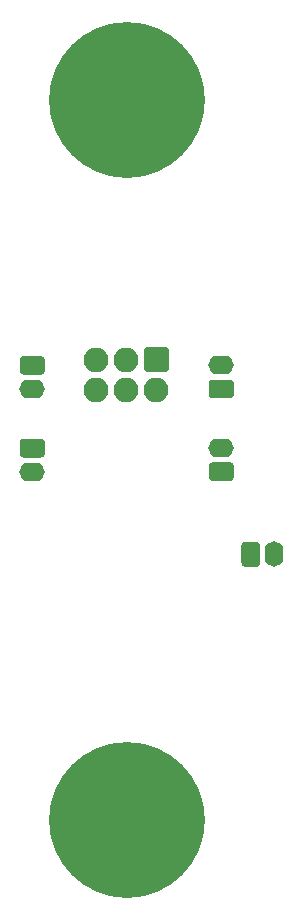
<source format=gbr>
G04 #@! TF.GenerationSoftware,KiCad,Pcbnew,5.1.10-88a1d61d58~88~ubuntu18.04.1*
G04 #@! TF.CreationDate,2021-11-17T21:44:28+08:00*
G04 #@! TF.ProjectId,ModuleV440,4d6f6475-6c65-4563-9434-302e6b696361,rev?*
G04 #@! TF.SameCoordinates,Original*
G04 #@! TF.FileFunction,Soldermask,Bot*
G04 #@! TF.FilePolarity,Negative*
%FSLAX46Y46*%
G04 Gerber Fmt 4.6, Leading zero omitted, Abs format (unit mm)*
G04 Created by KiCad (PCBNEW 5.1.10-88a1d61d58~88~ubuntu18.04.1) date 2021-11-17 21:44:28*
%MOMM*%
%LPD*%
G01*
G04 APERTURE LIST*
%ADD10O,2.100000X2.100000*%
%ADD11O,2.150000X1.600000*%
%ADD12O,1.600000X2.150000*%
%ADD13C,1.300000*%
%ADD14C,13.200000*%
G04 APERTURE END LIST*
G36*
G01*
X118567600Y-65787600D02*
X120267600Y-65787600D01*
G75*
G02*
X120467600Y-65987600I0J-200000D01*
G01*
X120467600Y-67687600D01*
G75*
G02*
X120267600Y-67887600I-200000J0D01*
G01*
X118567600Y-67887600D01*
G75*
G02*
X118367600Y-67687600I0J200000D01*
G01*
X118367600Y-65987600D01*
G75*
G02*
X118567600Y-65787600I200000J0D01*
G01*
G37*
D10*
X119417600Y-69377600D03*
X116877600Y-66837600D03*
X116877600Y-69377600D03*
X114337600Y-66837600D03*
X114337600Y-69377600D03*
D11*
X124917600Y-74337600D03*
G36*
G01*
X125659268Y-77137600D02*
X124175932Y-77137600D01*
G75*
G02*
X123842600Y-76804268I0J333332D01*
G01*
X123842600Y-75870932D01*
G75*
G02*
X124175932Y-75537600I333332J0D01*
G01*
X125659268Y-75537600D01*
G75*
G02*
X125992600Y-75870932I0J-333332D01*
G01*
X125992600Y-76804268D01*
G75*
G02*
X125659268Y-77137600I-333332J0D01*
G01*
G37*
X108917600Y-76337600D03*
G36*
G01*
X108175932Y-73537600D02*
X109659268Y-73537600D01*
G75*
G02*
X109992600Y-73870932I0J-333332D01*
G01*
X109992600Y-74804268D01*
G75*
G02*
X109659268Y-75137600I-333332J0D01*
G01*
X108175932Y-75137600D01*
G75*
G02*
X107842600Y-74804268I0J333332D01*
G01*
X107842600Y-73870932D01*
G75*
G02*
X108175932Y-73537600I333332J0D01*
G01*
G37*
D12*
X129417600Y-83337600D03*
G36*
G01*
X126617600Y-84079268D02*
X126617600Y-82595932D01*
G75*
G02*
X126950932Y-82262600I333332J0D01*
G01*
X127884268Y-82262600D01*
G75*
G02*
X128217600Y-82595932I0J-333332D01*
G01*
X128217600Y-84079268D01*
G75*
G02*
X127884268Y-84412600I-333332J0D01*
G01*
X126950932Y-84412600D01*
G75*
G02*
X126617600Y-84079268I0J333332D01*
G01*
G37*
D11*
X124917600Y-67337600D03*
G36*
G01*
X125659268Y-70137600D02*
X124175932Y-70137600D01*
G75*
G02*
X123842600Y-69804268I0J333332D01*
G01*
X123842600Y-68870932D01*
G75*
G02*
X124175932Y-68537600I333332J0D01*
G01*
X125659268Y-68537600D01*
G75*
G02*
X125992600Y-68870932I0J-333332D01*
G01*
X125992600Y-69804268D01*
G75*
G02*
X125659268Y-70137600I-333332J0D01*
G01*
G37*
G36*
G01*
X108175932Y-66537600D02*
X109659268Y-66537600D01*
G75*
G02*
X109992600Y-66870932I0J-333332D01*
G01*
X109992600Y-67804268D01*
G75*
G02*
X109659268Y-68137600I-333332J0D01*
G01*
X108175932Y-68137600D01*
G75*
G02*
X107842600Y-67804268I0J333332D01*
G01*
X107842600Y-66870932D01*
G75*
G02*
X108175932Y-66537600I333332J0D01*
G01*
G37*
X108917600Y-69337600D03*
D13*
X120311713Y-41443487D03*
X116917600Y-40037600D03*
X113523487Y-41443487D03*
X112117600Y-44837600D03*
X113523487Y-48231713D03*
X116917600Y-49637600D03*
X120311713Y-48231713D03*
X121717600Y-44837600D03*
D14*
X116917600Y-44837600D03*
D13*
X120311713Y-102443487D03*
X116917600Y-101037600D03*
X113523487Y-102443487D03*
X112117600Y-105837600D03*
X113523487Y-109231713D03*
X116917600Y-110637600D03*
X120311713Y-109231713D03*
X121717600Y-105837600D03*
D14*
X116917600Y-105837600D03*
M02*

</source>
